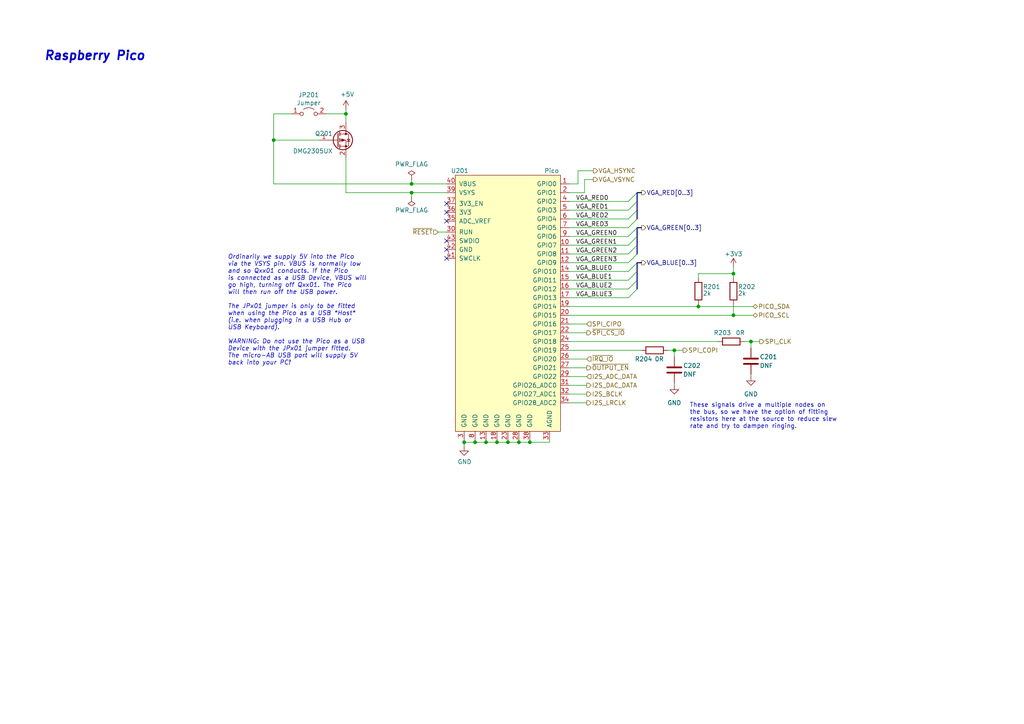
<source format=kicad_sch>
(kicad_sch (version 20211123) (generator eeschema)
  (paper "A4")
  (title_block (title "Neotron Pico - Raspberry Pico") (date "${date}") (rev "${version}") (company "https://neotron-compute.github.io") (comment 1 "Licensed as CC-BY-SA") (comment 2 "Copyright (c) The Neotron Developers, 2022"))
  (lib_symbols
    (symbol "Device:C" (pin_numbers hide) (pin_names (offset 0.254))
      (property "Reference" "C" (at 0.635 2.54 0))
      (property "Value" "C" (at 0.635 -2.54 0))
      (symbol "C_0_1"
        (polyline (pts (xy -2.032 -0.762) (xy 2.032 -0.762)) (stroke (width 0.508)))
        (polyline (pts (xy -2.032 0.762) (xy 2.032 0.762)) (stroke (width 0.508)))
      )
      (symbol "C_1_1"
        (pin passive line (at 0 3.81 270) (length 2.794) (name "~") (number "1"))
        (pin passive line (at 0 -3.81 90) (length 2.794) (name "~") (number "2"))
      )
    )
    (symbol "Device:Q_PMOS_GSD" (pin_names (offset 0) hide)
      (property "Reference" "Q" (at 5.08 1.27 0))
      (property "Value" "Q_PMOS_GSD" (at 5.08 -1.27 0))
      (symbol "Q_PMOS_GSD_0_1"
        (polyline (pts (xy 0.254 0) (xy -2.54 0)))
        (polyline (pts (xy 0.254 1.905) (xy 0.254 -1.905)) (stroke (width 0.254)))
        (polyline (pts (xy 0.762 -1.27) (xy 0.762 -2.286)) (stroke (width 0.254)))
        (polyline (pts (xy 0.762 0.508) (xy 0.762 -0.508)) (stroke (width 0.254)))
        (polyline (pts (xy 0.762 2.286) (xy 0.762 1.27)) (stroke (width 0.254)))
        (polyline (pts (xy 2.54 2.54) (xy 2.54 1.778)))
        (polyline (pts (xy 2.54 -2.54) (xy 2.54 0) (xy 0.762 0)))
        (polyline (pts (xy 0.762 1.778) (xy 3.302 1.778) (xy 3.302 -1.778) (xy 0.762 -1.778)))
        (polyline (pts (xy 2.286 0) (xy 1.27 0.381) (xy 1.27 -0.381) (xy 2.286 0)) (fill (type outline)))
        (polyline (pts (xy 2.794 -0.508) (xy 2.921 -0.381) (xy 3.683 -0.381) (xy 3.81 -0.254)))
        (polyline (pts (xy 3.302 -0.381) (xy 2.921 0.254) (xy 3.683 0.254) (xy 3.302 -0.381)))
        (circle (center 1.651 0) (radius 2.794) (stroke (width 0.254)))
        (circle (center 2.54 -1.778) (radius 0.254) (fill (type outline)))
        (circle (center 2.54 1.778) (radius 0.254) (fill (type outline)))
      )
      (symbol "Q_PMOS_GSD_1_1"
        (pin input line (at -5.08 0 0) (length 2.54) (name "G") (number "1"))
        (pin passive line (at 2.54 -5.08 90) (length 2.54) (name "S") (number "2"))
        (pin passive line (at 2.54 5.08 270) (length 2.54) (name "D") (number "3"))
      )
    )
    (symbol "Device:R" (pin_numbers hide) (pin_names (offset 0))
      (property "Reference" "R" (at 2.032 0 90))
      (property "Value" "R" (at 0 0 90))
      (symbol "R_0_1"
        (rectangle (start -1.016 -2.54) (end 1.016 2.54) (stroke (width 0.254)))
      )
      (symbol "R_1_1"
        (pin passive line (at 0 3.81 270) (length 1.27) (name "~") (number "1"))
        (pin passive line (at 0 -3.81 90) (length 1.27) (name "~") (number "2"))
      )
    )
    (symbol "Jumper:Jumper_2_Open" (pin_names (offset 0) hide)
      (property "Reference" "JP" (at 0 2.794 0))
      (property "Value" "Jumper_2_Open" (at 0 -2.286 0))
      (symbol "Jumper_2_Open_0_0"
        (circle (center -2.032 0) (radius 0.508))
        (circle (center 2.032 0) (radius 0.508))
      )
      (symbol "Jumper_2_Open_0_1"
        (arc (start 1.524 1.27) (mid 0 1.778) (end -1.524 1.27))
      )
      (symbol "Jumper_2_Open_1_1"
        (pin passive line (at -5.08 0 0) (length 2.54) (name "A") (number "1"))
        (pin passive line (at 5.08 0 180) (length 2.54) (name "B") (number "2"))
      )
    )
    (symbol "neotron-pico:Raspberry_Pi_Pico" (pin_names (offset 1.016))
      (property "Reference" "U" (at 1.27 1.27 0))
      (property "Value" "Raspberry_Pi_Pico" (at 22.225 1.27 0))
      (symbol "Raspberry_Pi_Pico_0_1"
        (rectangle (start 0 0) (end 30.48 -74.295) (fill (type background)))
      )
      (symbol "Raspberry_Pi_Pico_1_1"
        (pin bidirectional line (at 33.02 -2.54 180) (length 2.54) (name "GPIO0") (number "1"))
        (pin bidirectional line (at 33.02 -20.32 180) (length 2.54) (name "GPIO7") (number "10"))
        (pin bidirectional line (at 33.02 -22.86 180) (length 2.54) (name "GPIO8") (number "11"))
        (pin bidirectional line (at 33.02 -25.4 180) (length 2.54) (name "GPIO9") (number "12"))
        (pin power_in line (at 8.89 -76.835 90) (length 2.54) (name "GND") (number "13"))
        (pin bidirectional line (at 33.02 -27.94 180) (length 2.54) (name "GPIO10") (number "14"))
        (pin bidirectional line (at 33.02 -30.48 180) (length 2.54) (name "GPIO11") (number "15"))
        (pin bidirectional line (at 33.02 -33.02 180) (length 2.54) (name "GPIO12") (number "16"))
        (pin bidirectional line (at 33.02 -35.56 180) (length 2.54) (name "GPIO13") (number "17"))
        (pin power_in line (at 12.065 -76.835 90) (length 2.54) (name "GND") (number "18"))
        (pin bidirectional line (at 33.02 -38.1 180) (length 2.54) (name "GPIO14") (number "19"))
        (pin bidirectional line (at 33.02 -5.08 180) (length 2.54) (name "GPIO1") (number "2"))
        (pin bidirectional line (at 33.02 -40.64 180) (length 2.54) (name "GPIO15") (number "20"))
        (pin bidirectional line (at 33.02 -43.18 180) (length 2.54) (name "GPIO16") (number "21"))
        (pin bidirectional line (at 33.02 -45.72 180) (length 2.54) (name "GPIO17") (number "22"))
        (pin power_in line (at 15.24 -76.835 90) (length 2.54) (name "GND") (number "23"))
        (pin bidirectional line (at 33.02 -48.26 180) (length 2.54) (name "GPIO18") (number "24"))
        (pin bidirectional line (at 33.02 -50.8 180) (length 2.54) (name "GPIO19") (number "25"))
        (pin bidirectional line (at 33.02 -53.34 180) (length 2.54) (name "GPIO20") (number "26"))
        (pin bidirectional line (at 33.02 -55.88 180) (length 2.54) (name "GPIO21") (number "27"))
        (pin power_in line (at 18.415 -76.835 90) (length 2.54) (name "GND") (number "28"))
        (pin bidirectional line (at 33.02 -58.42 180) (length 2.54) (name "GPIO22") (number "29"))
        (pin power_in line (at 2.54 -76.835 90) (length 2.54) (name "GND") (number "3"))
        (pin input line (at -2.54 -16.51 0) (length 2.54) (name "RUN") (number "30"))
        (pin bidirectional line (at 33.02 -60.96 180) (length 2.54) (name "GPIO26_ADC0") (number "31"))
        (pin bidirectional line (at 33.02 -63.5 180) (length 2.54) (name "GPIO27_ADC1") (number "32"))
        (pin power_in line (at 27.305 -76.835 90) (length 2.54) (name "AGND") (number "33"))
        (pin bidirectional line (at 33.02 -66.04 180) (length 2.54) (name "GPIO28_ADC2") (number "34"))
        (pin power_out line (at -2.54 -13.335 0) (length 2.54) (name "ADC_VREF") (number "35"))
        (pin power_out line (at -2.54 -10.795 0) (length 2.54) (name "3V3") (number "36"))
        (pin input line (at -2.54 -8.255 0) (length 2.54) (name "3V3_EN") (number "37"))
        (pin power_in line (at 21.59 -76.835 90) (length 2.54) (name "GND") (number "38"))
        (pin power_in line (at -2.54 -5.08 0) (length 2.54) (name "VSYS") (number "39"))
        (pin bidirectional line (at 33.02 -7.62 180) (length 2.54) (name "GPIO2") (number "4"))
        (pin power_in line (at -2.54 -2.54 0) (length 2.54) (name "VBUS") (number "40"))
        (pin input line (at -2.54 -24.13 0) (length 2.54) (name "SWCLK") (number "41"))
        (pin power_in line (at -2.54 -21.59 0) (length 2.54) (name "GND") (number "42"))
        (pin bidirectional line (at -2.54 -19.05 0) (length 2.54) (name "SWDIO") (number "43"))
        (pin bidirectional line (at 33.02 -10.16 180) (length 2.54) (name "GPIO3") (number "5"))
        (pin bidirectional line (at 33.02 -12.7 180) (length 2.54) (name "GPIO4") (number "6"))
        (pin bidirectional line (at 33.02 -15.24 180) (length 2.54) (name "GPIO5") (number "7"))
        (pin power_in line (at 5.715 -76.835 90) (length 2.54) (name "GND") (number "8"))
        (pin bidirectional line (at 33.02 -17.78 180) (length 2.54) (name "GPIO6") (number "9"))
      )
    )
    (symbol "power:+3V3" (power) (pin_names (offset 0))
      (property "Value" "+3V3" (at 0 3.556 0))
      (symbol "+3V3_0_1"
        (polyline (pts (xy -0.762 1.27) (xy 0 2.54)))
        (polyline (pts (xy 0 0) (xy 0 2.54)))
        (polyline (pts (xy 0 2.54) (xy 0.762 1.27)))
      )
      (symbol "+3V3_1_1"
        (pin power_in line (at 0 0 90) (length 0) hide (name "+3V3") (number "1"))
      )
    )
    (symbol "power:+5V" (power) (pin_names (offset 0))
      (property "Value" "+5V" (at 0 3.556 0))
      (symbol "+5V_0_1"
        (polyline (pts (xy -0.762 1.27) (xy 0 2.54)))
        (polyline (pts (xy 0 0) (xy 0 2.54)))
        (polyline (pts (xy 0 2.54) (xy 0.762 1.27)))
      )
      (symbol "+5V_1_1"
        (pin power_in line (at 0 0 90) (length 0) hide (name "+5V") (number "1"))
      )
    )
    (symbol "power:GND" (power) (pin_names (offset 0))
      (property "Value" "GND" (at 0 -3.81 0))
      (symbol "GND_0_1"
        (polyline (pts (xy 0 0) (xy 0 -1.27) (xy 1.27 -1.27) (xy 0 -2.54) (xy -1.27 -1.27) (xy 0 -1.27)))
      )
      (symbol "GND_1_1"
        (pin power_in line (at 0 0 270) (length 0) hide (name "GND") (number "1"))
      )
    )
    (symbol "power:PWR_FLAG" (power) (pin_numbers hide) (pin_names (offset 0) hide)
      (property "Value" "PWR_FLAG" (at 0 3.81 0))
      (symbol "PWR_FLAG_0_0"
        (pin power_out line (at 0 0 90) (length 0) (name "pwr") (number "1"))
      )
      (symbol "PWR_FLAG_0_1"
        (polyline (pts (xy 0 0) (xy 0 1.27) (xy -1.016 1.905) (xy 0 2.54) (xy 1.016 1.905) (xy 0 1.27)))
      )
    )
  )
  (junction (at 150.495 128.27))
  (junction (at 137.795 128.27))
  (junction (at 119.38 55.88))
  (junction (at 119.38 53.34))
  (junction (at 144.145 128.27))
  (junction (at 134.62 128.27))
  (junction (at 202.565 88.9))
  (junction (at 212.725 91.44))
  (junction (at 100.33 33.02))
  (junction (at 147.32 128.27))
  (junction (at 153.67 128.27))
  (junction (at 195.58 101.6))
  (junction (at 217.805 99.06))
  (junction (at 140.97 128.27))
  (junction (at 79.375 40.64))
  (junction (at 212.725 79.375))
  (no_connect (at 129.54 72.39))
  (no_connect (at 129.54 74.93))
  (no_connect (at 129.54 61.595))
  (no_connect (at 129.54 69.85))
  (no_connect (at 129.54 64.135))
  (no_connect (at 129.54 59.055))
  (bus_entry (at 184.785 66.04) (size -2.54 2.54))
  (bus_entry (at 184.785 60.96) (size -2.54 2.54))
  (bus_entry (at 184.785 58.42) (size -2.54 2.54))
  (bus_entry (at 184.785 78.74) (size -2.54 2.54))
  (bus_entry (at 184.785 76.2) (size -2.54 2.54))
  (bus_entry (at 184.785 71.12) (size -2.54 2.54))
  (bus_entry (at 184.785 73.66) (size -2.54 2.54))
  (bus_entry (at 184.785 55.88) (size -2.54 2.54))
  (bus_entry (at 184.785 83.82) (size -2.54 2.54))
  (bus_entry (at 184.785 68.58) (size -2.54 2.54))
  (bus_entry (at 184.785 63.5) (size -2.54 2.54))
  (bus_entry (at 184.785 81.28) (size -2.54 2.54))
  (wire (pts (xy 202.565 80.645) (xy 202.565 79.375)))
  (wire (pts (xy 137.795 128.27) (xy 140.97 128.27)))
  (wire (pts (xy 165.1 71.12) (xy 182.245 71.12)))
  (bus (pts (xy 184.785 76.2) (xy 184.785 78.74)))
  (wire (pts (xy 153.67 128.27) (xy 159.385 128.27)))
  (wire (pts (xy 165.1 63.5) (xy 182.245 63.5)))
  (wire (pts (xy 165.1 106.68) (xy 170.18 106.68)))
  (wire (pts (xy 165.1 73.66) (xy 182.245 73.66)))
  (wire (pts (xy 165.1 76.2) (xy 182.245 76.2)))
  (wire (pts (xy 165.1 81.28) (xy 182.245 81.28)))
  (wire (pts (xy 169.545 52.07) (xy 172.085 52.07)))
  (bus (pts (xy 184.785 66.04) (xy 186.055 66.04)))
  (wire (pts (xy 134.62 127.635) (xy 134.62 128.27)))
  (bus (pts (xy 184.785 78.74) (xy 184.785 81.28)))
  (wire (pts (xy 195.58 101.6) (xy 198.12 101.6)))
  (wire (pts (xy 100.33 45.72) (xy 100.33 55.88)))
  (wire (pts (xy 153.67 128.27) (xy 153.67 127.635)))
  (wire (pts (xy 79.375 53.34) (xy 119.38 53.34)))
  (wire (pts (xy 165.1 58.42) (xy 182.245 58.42)))
  (wire (pts (xy 195.58 111.125) (xy 195.58 111.76)))
  (wire (pts (xy 167.64 53.34) (xy 167.64 49.53)))
  (wire (pts (xy 217.805 108.585) (xy 217.805 109.22)))
  (wire (pts (xy 129.54 67.31) (xy 127 67.31)))
  (wire (pts (xy 195.58 103.505) (xy 195.58 101.6)))
  (wire (pts (xy 165.1 53.34) (xy 167.64 53.34)))
  (wire (pts (xy 217.805 99.06) (xy 217.805 100.965)))
  (wire (pts (xy 119.38 57.15) (xy 119.38 55.88)))
  (wire (pts (xy 167.64 49.53) (xy 172.085 49.53)))
  (wire (pts (xy 150.495 128.27) (xy 153.67 128.27)))
  (wire (pts (xy 140.97 128.27) (xy 144.145 128.27)))
  (wire (pts (xy 119.38 53.34) (xy 129.54 53.34)))
  (wire (pts (xy 212.725 91.44) (xy 212.725 88.265)))
  (wire (pts (xy 202.565 88.9) (xy 202.565 88.265)))
  (wire (pts (xy 165.1 68.58) (xy 182.245 68.58)))
  (wire (pts (xy 79.375 33.02) (xy 84.455 33.02)))
  (wire (pts (xy 165.1 99.06) (xy 208.28 99.06)))
  (wire (pts (xy 165.1 111.76) (xy 170.18 111.76)))
  (wire (pts (xy 169.545 55.88) (xy 169.545 52.07)))
  (wire (pts (xy 165.1 66.04) (xy 182.245 66.04)))
  (bus (pts (xy 184.785 60.96) (xy 184.785 63.5)))
  (wire (pts (xy 165.1 55.88) (xy 169.545 55.88)))
  (wire (pts (xy 144.145 128.27) (xy 144.145 127.635)))
  (wire (pts (xy 137.795 128.27) (xy 137.795 127.635)))
  (wire (pts (xy 202.565 79.375) (xy 212.725 79.375)))
  (wire (pts (xy 212.725 79.375) (xy 212.725 77.47)))
  (wire (pts (xy 100.33 33.02) (xy 100.33 35.56)))
  (wire (pts (xy 134.62 128.27) (xy 134.62 129.54)))
  (wire (pts (xy 165.1 83.82) (xy 182.245 83.82)))
  (wire (pts (xy 140.97 128.27) (xy 140.97 127.635)))
  (wire (pts (xy 94.615 33.02) (xy 100.33 33.02)))
  (bus (pts (xy 184.785 58.42) (xy 184.785 60.96)))
  (wire (pts (xy 193.675 101.6) (xy 195.58 101.6)))
  (bus (pts (xy 184.785 68.58) (xy 184.785 71.12)))
  (wire (pts (xy 165.1 93.98) (xy 170.18 93.98)))
  (wire (pts (xy 79.375 33.02) (xy 79.375 40.64)))
  (bus (pts (xy 184.785 71.12) (xy 184.785 73.66)))
  (wire (pts (xy 165.1 96.52) (xy 170.18 96.52)))
  (wire (pts (xy 217.805 99.06) (xy 220.345 99.06)))
  (wire (pts (xy 119.38 55.88) (xy 129.54 55.88)))
  (wire (pts (xy 165.1 104.14) (xy 170.18 104.14)))
  (wire (pts (xy 150.495 128.27) (xy 150.495 127.635)))
  (wire (pts (xy 215.9 99.06) (xy 217.805 99.06)))
  (wire (pts (xy 165.1 78.74) (xy 182.245 78.74)))
  (bus (pts (xy 184.785 81.28) (xy 184.785 83.82)))
  (wire (pts (xy 165.1 91.44) (xy 212.725 91.44)))
  (wire (pts (xy 147.32 128.27) (xy 147.32 127.635)))
  (wire (pts (xy 165.1 101.6) (xy 186.055 101.6)))
  (wire (pts (xy 165.1 109.22) (xy 170.18 109.22)))
  (wire (pts (xy 100.33 55.88) (xy 119.38 55.88)))
  (wire (pts (xy 92.71 40.64) (xy 79.375 40.64)))
  (wire (pts (xy 134.62 128.27) (xy 137.795 128.27)))
  (wire (pts (xy 165.1 86.36) (xy 182.245 86.36)))
  (wire (pts (xy 165.1 116.84) (xy 170.18 116.84)))
  (wire (pts (xy 159.385 128.27) (xy 159.385 127.635)))
  (bus (pts (xy 184.785 55.88) (xy 186.055 55.88)))
  (bus (pts (xy 184.785 55.88) (xy 184.785 58.42)))
  (wire (pts (xy 202.565 88.9) (xy 218.44 88.9)))
  (wire (pts (xy 212.725 91.44) (xy 218.44 91.44)))
  (wire (pts (xy 79.375 53.34) (xy 79.375 40.64)))
  (wire (pts (xy 100.33 31.75) (xy 100.33 33.02)))
  (wire (pts (xy 119.38 52.07) (xy 119.38 53.34)))
  (wire (pts (xy 147.32 128.27) (xy 150.495 128.27)))
  (bus (pts (xy 184.785 76.2) (xy 186.055 76.2)))
  (wire (pts (xy 212.725 79.375) (xy 212.725 80.645)))
  (wire (pts (xy 165.1 60.96) (xy 182.245 60.96)))
  (wire (pts (xy 165.1 88.9) (xy 202.565 88.9)))
  (wire (pts (xy 144.145 128.27) (xy 147.32 128.27)))
  (wire (pts (xy 165.1 114.3) (xy 170.18 114.3)))
  (bus (pts (xy 184.785 66.04) (xy 184.785 68.58)))
  (text "Ordinarily we supply 5V into the Pico\nvia the VSYS pin. VBUS is normally low\nand so Qxx01 conducts. If the Pico\nis connected as a USB Device, VBUS will\ngo high, turning off Qxx01. The Pico\nwill then run off the USB power.\n\nThe JPx01 jumper is only to be fitted\nwhen using the Pico as a USB *Host*\n(i.e. when plugging in a USB Hub or\nUSB Keyboard).\n\nWARNING: Do not use the Pico as a USB\nDevice with the JPx01 jumper fitted.\nThe micro-AB USB port will supply 5V\nback into your PC!" (at 66.04 106.045 0) (effects (font (size 1.27 1.27) italic) (justify left bottom)))
  (text "Raspberry Pico" (at 12.7 17.78 0) (effects (font (size 2.54 2.54) (thickness 0.508) bold italic) (justify left bottom)))
  (text "These signals drive a multiple nodes on\nthe bus, so we have the option of fitting\nresistors here at the source to reduce slew\nrate and try to dampen ringing." (at 200.025 124.46 0) (effects (font (size 1.27 1.27)) (justify left bottom)))
  (label "VGA_RED2" (at 167.005 63.5 0))
  (label "VGA_GREEN2" (at 167.005 73.66 0))
  (label "VGA_RED0" (at 167.005 58.42 0))
  (label "VGA_GREEN1" (at 167.005 71.12 0))
  (label "VGA_BLUE3" (at 167.005 86.36 0))
  (label "VGA_BLUE0" (at 167.005 78.74 0))
  (label "VGA_BLUE2" (at 167.005 83.82 0))
  (label "VGA_GREEN0" (at 167.005 68.58 0))
  (label "VGA_RED1" (at 167.005 60.96 0))
  (label "VGA_GREEN3" (at 167.005 76.2 0))
  (label "VGA_RED3" (at 167.005 66.04 0))
  (label "VGA_BLUE1" (at 167.005 81.28 0))
  (hierarchical_label "SPI_CIPO" (shape input) (at 170.18 93.98 0))
  (hierarchical_label "VGA_VSYNC" (shape output) (at 172.085 52.07 0))
  (hierarchical_label "~{OUTPUT_EN}" (shape output) (at 170.18 106.68 0))
  (hierarchical_label "~{RESET}" (shape input) (at 127 67.31 180))
  (hierarchical_label "SPI_CLK" (shape output) (at 220.345 99.06 0))
  (hierarchical_label "~{SPI_CS_IO}" (shape output) (at 170.18 96.52 0))
  (hierarchical_label "SPI_COPI" (shape output) (at 198.12 101.6 0))
  (hierarchical_label "VGA_BLUE[0..3]" (shape output) (at 186.055 76.2 0))
  (hierarchical_label "I2S_ADC_DATA" (shape input) (at 170.18 109.22 0))
  (hierarchical_label "VGA_RED[0..3]" (shape output) (at 186.055 55.88 0))
  (hierarchical_label "~{IRQ_IO}" (shape input) (at 170.18 104.14 0))
  (hierarchical_label "I2S_LRCLK" (shape output) (at 170.18 116.84 0))
  (hierarchical_label "I2S_DAC_DATA" (shape output) (at 170.18 111.76 0))
  (hierarchical_label "I2S_BCLK" (shape output) (at 170.18 114.3 0))
  (hierarchical_label "PICO_SDA" (shape bidirectional) (at 218.44 88.9 0))
  (hierarchical_label "VGA_GREEN[0..3]" (shape output) (at 186.055 66.04 0))
  (hierarchical_label "VGA_HSYNC" (shape output) (at 172.085 49.53 0))
  (hierarchical_label "PICO_SCL" (shape bidirectional) (at 218.44 91.44 0))
  (symbol (lib_id "power:GND") (at 195.58 111.76 0) (unit 1)
    (property "Reference" "#PWR0204" (effects hide))
    (property "Value" "GND" (at 195.58 116.84 0))
  )
  (symbol (lib_id "neotron-pico:Raspberry_Pi_Pico") (at 132.08 50.8 0) (unit 1)
    (property "Reference" "U201" (at 133.35 49.53 0))
    (property "Value" "Pico" (at 160.02 49.53 0))
    (property "Footprint" "neotron-pico:RPi_Pico_SMD_TH" (effects hide))
    (property "Datasheet" "https://datasheets.raspberrypi.org/pico/pico-datasheet.pdf" (effects hide))
    (property "DNP" "0" (effects hide))
    (property "Digikey" "2648-SC0915CT-ND" (effects hide))
    (property "MPN" "Pico" (effects hide))
    (property "Manufacturer" "Raspberry Pi" (effects hide))
  )
  (symbol (lib_id "power:PWR_FLAG") (at 119.38 52.07 0) (mirror y) (unit 1)
    (property "Reference" "#FLG0201" (effects hide))
    (property "Value" "PWR_FLAG" (at 119.38 47.625 0))
  )
  (symbol (lib_id "Device:R") (at 212.09 99.06 90) (unit 1)
    (property "Reference" "R203" (at 212.09 96.52 90) (effects (justify left)))
    (property "Value" "0R" (at 213.36 96.52 90) (effects (justify right)))
    (property "Footprint" "Resistor_SMD:R_0805_2012Metric_Pad1.20x1.40mm_HandSolder" (effects hide))
    (property "DNP" "0" (effects hide))
    (property "JLCPCB Collection" "Basic" (effects hide))
    (property "LCSC Part#" "C17477" (effects hide))
    (property "MPN" "0805W8F0000T5E" (effects hide))
    (property "Manufacturer" "Uniroyal" (effects hide))
    (property "Tolerance" "1%" (effects hide))
  )
  (symbol (lib_id "power:GND") (at 217.805 109.22 0) (unit 1)
    (property "Reference" "#PWR0203" (effects hide))
    (property "Value" "GND" (at 217.805 114.3 0))
  )
  (symbol (lib_id "power:+3V3") (at 212.725 77.47 0) (unit 1)
    (property "Reference" "#PWR0202" (effects hide))
    (property "Value" "+3V3" (at 212.725 73.66 0))
  )
  (symbol (lib_id "power:PWR_FLAG") (at 119.38 57.15 0) (mirror x) (unit 1)
    (property "Reference" "#FLG0202" (effects hide))
    (property "Value" "PWR_FLAG" (at 119.38 60.96 0))
  )
  (symbol (lib_id "Device:C") (at 195.58 107.315 0) (unit 1)
    (property "Reference" "C202" (at 198.12 106.045 0) (effects (justify left)))
    (property "Value" "DNF" (at 198.12 108.585 0) (effects (justify left)))
    (property "Footprint" "Capacitor_SMD:C_0805_2012Metric_Pad1.18x1.45mm_HandSolder" (effects hide))
    (property "DNP" "1" (effects hide))
  )
  (symbol (lib_id "Device:C") (at 217.805 104.775 0) (unit 1)
    (property "Reference" "C201" (at 220.345 103.505 0) (effects (justify left)))
    (property "Value" "DNF" (at 220.345 106.045 0) (effects (justify left)))
    (property "Footprint" "Capacitor_SMD:C_0805_2012Metric_Pad1.18x1.45mm_HandSolder" (effects hide))
    (property "DNP" "1" (effects hide))
  )
  (symbol (lib_id "power:+5V") (at 100.33 31.75 0) (unit 1)
    (property "Reference" "#PWR0201" (effects hide))
    (property "Value" "+5V" (at 100.711 27.3558 0))
  )
  (symbol (lib_id "Device:R") (at 212.725 84.455 180) (unit 1)
    (property "Reference" "R202" (at 213.995 83.185 0) (effects (justify right)))
    (property "Value" "2k" (at 213.995 85.09 0) (effects (justify right)))
    (property "Footprint" "Resistor_SMD:R_0805_2012Metric_Pad1.20x1.40mm_HandSolder" (effects hide))
    (property "DNP" "0" (effects hide))
    (property "MPN" "0805W8F2001T5E" (effects hide))
    (property "Manufacturer" "Uniroyal" (effects hide))
    (property "LCSC Part#" "C17604" (effects hide))
    (property "Tolerance" "1%" (effects hide))
    (property "JLCPCB Collection" "Basic" (effects hide))
  )
  (symbol (lib_id "Device:R") (at 189.865 101.6 90) (unit 1)
    (property "Reference" "R204" (at 189.23 104.14 90) (effects (justify left)))
    (property "Value" "0R" (at 189.865 104.14 90) (effects (justify right)))
    (property "Footprint" "Resistor_SMD:R_0805_2012Metric_Pad1.20x1.40mm_HandSolder" (effects hide))
    (property "DNP" "0" (effects hide))
    (property "JLCPCB Collection" "Basic" (effects hide))
    (property "LCSC Part#" "C17477" (effects hide))
    (property "MPN" "0805W8F0000T5E" (effects hide))
    (property "Manufacturer" "Uniroyal" (effects hide))
    (property "Tolerance" "1%" (effects hide))
  )
  (symbol (lib_id "power:GND") (at 134.62 129.54 0) (unit 1)
    (property "Reference" "#PWR0205" (effects hide))
    (property "Value" "GND" (at 134.747 133.9342 0))
  )
  (symbol (lib_id "Device:R") (at 202.565 84.455 180) (unit 1)
    (property "Reference" "R201" (at 203.835 83.185 0) (effects (justify right)))
    (property "Value" "2k" (at 203.835 85.09 0) (effects (justify right)))
    (property "Footprint" "Resistor_SMD:R_0805_2012Metric_Pad1.20x1.40mm_HandSolder" (effects hide))
    (property "DNP" "0" (effects hide))
    (property "MPN" "0805W8F2001T5E" (effects hide))
    (property "Manufacturer" "Uniroyal" (effects hide))
    (property "LCSC Part#" "C17604" (effects hide))
    (property "Tolerance" "1%" (effects hide))
    (property "JLCPCB Collection" "Basic" (effects hide))
  )
  (symbol (lib_id "Jumper:Jumper_2_Open") (at 89.535 33.02 0) (unit 1)
    (property "Reference" "JP201" (at 89.535 27.5336 0))
    (property "Value" "Jumper" (at 89.535 29.845 0))
    (property "Footprint" "Connector_PinHeader_2.54mm:PinHeader_1x02_P2.54mm_Vertical" (effects hide))
    (property "DNP" "0" (effects hide))
  )
  (symbol (lib_id "Device:Q_PMOS_GSD") (at 97.79 40.64 0) (unit 1)
    (property "Reference" "Q201" (at 96.52 38.735 0) (effects (justify right)))
    (property "Value" "DMG2305UX" (at 96.52 43.815 0) (effects (justify right)))
    (property "Footprint" "Package_TO_SOT_SMD:SOT-23" (effects hide))
    (property "Datasheet" "https://datasheet.lcsc.com/lcsc/1809061415_Diodes-Incorporated-DMG2305UX-13_C144153.pdf" (effects hide))
    (property "DNP" "0" (effects hide))
    (property "MPN" "DMG2305UX-13" (effects hide))
    (property "Manufacturer" "Diodes Inc" (effects hide))
    (property "LCSC Part#" "C144153" (effects hide))
    (property "JLCPCB Collection" "Extended" (effects hide))
  )
)
</source>
